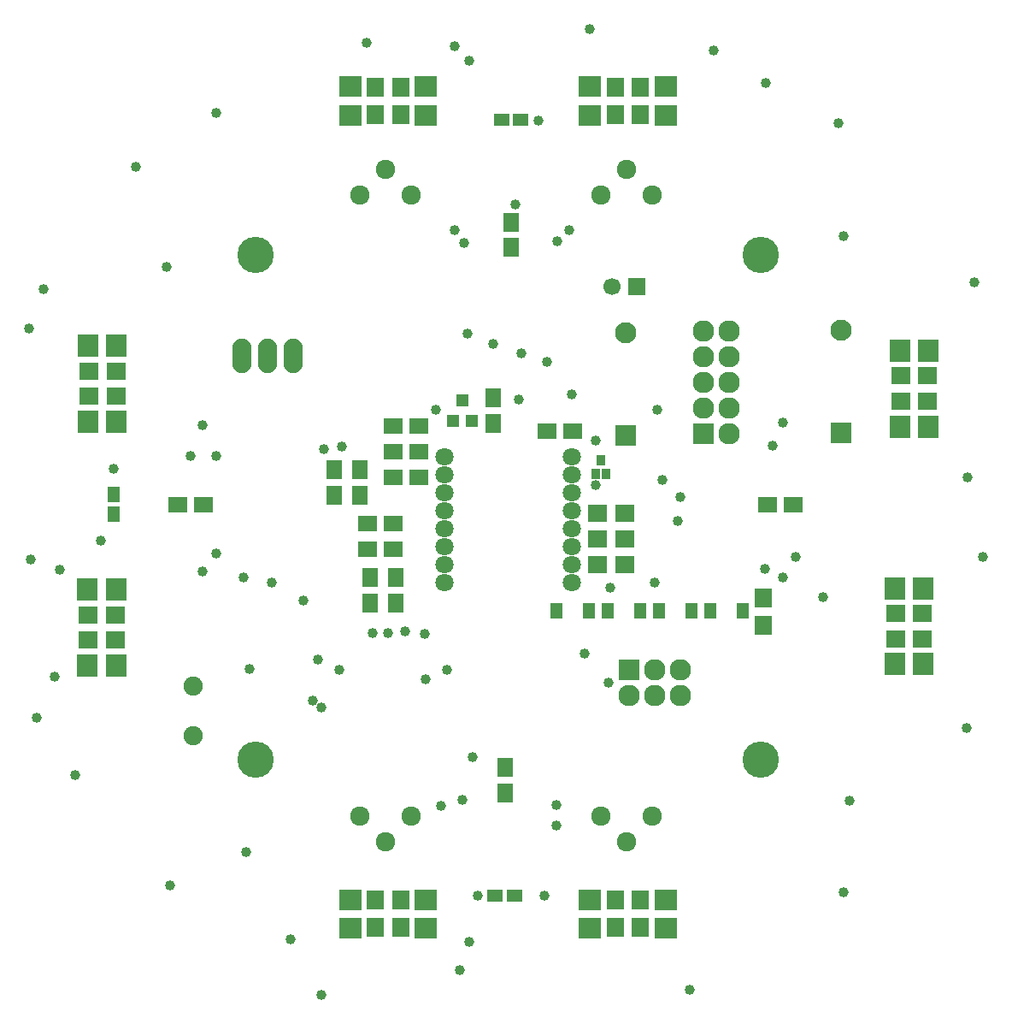
<source format=gbr>
G04 #@! TF.FileFunction,Soldermask,Bot*
%FSLAX46Y46*%
G04 Gerber Fmt 4.6, Leading zero omitted, Abs format (unit mm)*
G04 Created by KiCad (PCBNEW 4.0.2+e4-6225~38~ubuntu14.04.1-stable) date Di 12 Jul 2016 12:55:20 CEST*
%MOMM*%
G01*
G04 APERTURE LIST*
%ADD10C,0.100000*%
%ADD11C,1.901140*%
%ADD12R,1.900000X1.650000*%
%ADD13R,1.650000X1.900000*%
%ADD14R,1.700000X1.700000*%
%ADD15C,1.700000*%
%ADD16R,2.127200X2.127200*%
%ADD17O,2.127200X2.127200*%
%ADD18R,1.997660X2.200860*%
%ADD19R,2.200860X1.997660*%
%ADD20C,2.099260*%
%ADD21R,2.099260X2.099260*%
%ADD22R,1.600000X1.150000*%
%ADD23R,1.150000X1.600000*%
%ADD24O,1.906220X3.414980*%
%ADD25R,1.900000X1.700000*%
%ADD26R,1.700000X1.900000*%
%ADD27C,3.600000*%
%ADD28C,1.924000*%
%ADD29C,1.800000*%
%ADD30R,1.310000X1.620000*%
%ADD31R,0.900000X1.000000*%
%ADD32R,1.200100X1.200100*%
%ADD33C,1.009600*%
G04 APERTURE END LIST*
D10*
D11*
X68834000Y-122582940D03*
X68834000Y-117701060D03*
D12*
X67330000Y-99695000D03*
X69830000Y-99695000D03*
D13*
X100330000Y-71775000D03*
X100330000Y-74275000D03*
D12*
X128250000Y-99695000D03*
X125750000Y-99695000D03*
D14*
X112776000Y-78105000D03*
D15*
X110276000Y-78105000D03*
D13*
X99695000Y-128250000D03*
X99695000Y-125750000D03*
D16*
X112014000Y-116078000D03*
D17*
X112014000Y-118618000D03*
X114554000Y-116078000D03*
X114554000Y-118618000D03*
X117094000Y-116078000D03*
X117094000Y-118618000D03*
D18*
X138312140Y-115508000D03*
X141151860Y-115508000D03*
X138312140Y-108008000D03*
X141151860Y-108008000D03*
X138820140Y-84492000D03*
X141659860Y-84492000D03*
X138820140Y-91992000D03*
X141659860Y-91992000D03*
X61234860Y-84010000D03*
X58395140Y-84010000D03*
X61234860Y-91510000D03*
X58395140Y-91510000D03*
X61179860Y-115635000D03*
X58340140Y-115635000D03*
X61179860Y-108135000D03*
X58340140Y-108135000D03*
D19*
X115635000Y-61179860D03*
X115635000Y-58340140D03*
X108135000Y-61179860D03*
X108135000Y-58340140D03*
X84365000Y-61179860D03*
X84365000Y-58340140D03*
X91865000Y-61179860D03*
X91865000Y-58340140D03*
X84365000Y-138820140D03*
X84365000Y-141659860D03*
X91865000Y-138820140D03*
X91865000Y-141659860D03*
X115635000Y-138820140D03*
X115635000Y-141659860D03*
X108135000Y-138820140D03*
X108135000Y-141659860D03*
D20*
X132971540Y-82422480D03*
D21*
X132971540Y-92582480D03*
D20*
X111635540Y-82676480D03*
D21*
X111635540Y-92836480D03*
D22*
X100645000Y-138430000D03*
X98745000Y-138430000D03*
D23*
X60960000Y-100645000D03*
X60960000Y-98745000D03*
D22*
X99380000Y-61595000D03*
X101280000Y-61595000D03*
D16*
X119380000Y-92710000D03*
D17*
X121920000Y-92710000D03*
X119380000Y-90170000D03*
X121920000Y-90170000D03*
X119380000Y-87630000D03*
X121920000Y-87630000D03*
X119380000Y-85090000D03*
X121920000Y-85090000D03*
X119380000Y-82550000D03*
X121920000Y-82550000D03*
D24*
X73665000Y-85000000D03*
X76205000Y-85000000D03*
X78745000Y-85000000D03*
D25*
X141082000Y-113008000D03*
X138382000Y-113008000D03*
X141082000Y-110508000D03*
X138382000Y-110508000D03*
X141590000Y-86992000D03*
X138890000Y-86992000D03*
X141590000Y-89492000D03*
X138890000Y-89492000D03*
X58465000Y-86510000D03*
X61165000Y-86510000D03*
X58465000Y-89010000D03*
X61165000Y-89010000D03*
X58410000Y-113135000D03*
X61110000Y-113135000D03*
X58410000Y-110635000D03*
X61110000Y-110635000D03*
D26*
X113135000Y-58410000D03*
X113135000Y-61110000D03*
X110635000Y-58410000D03*
X110635000Y-61110000D03*
X86865000Y-58410000D03*
X86865000Y-61110000D03*
X89365000Y-58410000D03*
X89365000Y-61110000D03*
X86865000Y-141590000D03*
X86865000Y-138890000D03*
X89365000Y-141590000D03*
X89365000Y-138890000D03*
X113135000Y-141590000D03*
X113135000Y-138890000D03*
X110635000Y-141590000D03*
X110635000Y-138890000D03*
D27*
X75000000Y-75000000D03*
X125000000Y-75000000D03*
X75000000Y-125000000D03*
X125000000Y-125000000D03*
D28*
X111760000Y-133096000D03*
X109220000Y-130556000D03*
X114300000Y-130556000D03*
X87884000Y-66548000D03*
X90424000Y-69088000D03*
X85344000Y-69088000D03*
X111760000Y-66548000D03*
X114300000Y-69088000D03*
X109220000Y-69088000D03*
X87884000Y-133096000D03*
X85344000Y-130556000D03*
X90424000Y-130556000D03*
D29*
X106350000Y-95020000D03*
X106350000Y-96800000D03*
X106350000Y-98580000D03*
X106350000Y-100360000D03*
X106350000Y-102140000D03*
X106350000Y-103920000D03*
X106350000Y-105700000D03*
X106350000Y-107480000D03*
X93750000Y-107480000D03*
X93750000Y-105700000D03*
X93750000Y-103920000D03*
X93750000Y-102140000D03*
X93750000Y-100360000D03*
X93750000Y-98580000D03*
X93750000Y-96800000D03*
X93750000Y-95020000D03*
D12*
X106406000Y-92456000D03*
X103906000Y-92456000D03*
X88626000Y-101600000D03*
X86126000Y-101600000D03*
D13*
X88900000Y-109454000D03*
X88900000Y-106954000D03*
X86360000Y-109454000D03*
X86360000Y-106954000D03*
D12*
X88626000Y-104140000D03*
X86126000Y-104140000D03*
X91166000Y-94488000D03*
X88666000Y-94488000D03*
X91166000Y-91948000D03*
X88666000Y-91948000D03*
D13*
X85344000Y-98786000D03*
X85344000Y-96286000D03*
X82804000Y-98786000D03*
X82804000Y-96286000D03*
X98552000Y-89174000D03*
X98552000Y-91674000D03*
D12*
X91166000Y-97028000D03*
X88666000Y-97028000D03*
D30*
X113141000Y-110236000D03*
X109871000Y-110236000D03*
X108061000Y-110236000D03*
X104791000Y-110236000D03*
X114951000Y-110236000D03*
X118221000Y-110236000D03*
X120031000Y-110236000D03*
X123301000Y-110236000D03*
D31*
X109720000Y-96662000D03*
X108720000Y-96662000D03*
X109220000Y-95362000D03*
D25*
X108886000Y-105664000D03*
X111586000Y-105664000D03*
X108886000Y-103124000D03*
X111586000Y-103124000D03*
X108886000Y-100584000D03*
X111586000Y-100584000D03*
D32*
X96454000Y-91424760D03*
X94554000Y-91424760D03*
X95504000Y-89425780D03*
D26*
X125272800Y-108936800D03*
X125272800Y-111636800D03*
D33*
X103632000Y-138430000D03*
X131191000Y-108839000D03*
X66167000Y-76200000D03*
X60960000Y-96139000D03*
X102997000Y-61722000D03*
X74041000Y-134112000D03*
X55118000Y-116713000D03*
X59690000Y-103251000D03*
X97028000Y-138430000D03*
X127254000Y-106934000D03*
X125476000Y-106045000D03*
X127254000Y-91567000D03*
X126238000Y-93853000D03*
X69710300Y-91846400D03*
X71120000Y-94869000D03*
X69723000Y-106299000D03*
X71120000Y-104521000D03*
X106045000Y-72517000D03*
X104902000Y-73660000D03*
X94742000Y-72517000D03*
X95631000Y-73787000D03*
X96520000Y-124714000D03*
X93345000Y-129540000D03*
X104775000Y-129489200D03*
X104775000Y-131445000D03*
X133223000Y-73152000D03*
X76581000Y-107442000D03*
X80708500Y-119100600D03*
X73787000Y-106934000D03*
X81534000Y-119761000D03*
X107569000Y-114427000D03*
X115316000Y-97282000D03*
X89789000Y-112268000D03*
X103886000Y-85598000D03*
X101346000Y-84709000D03*
X88138000Y-112395000D03*
X98552000Y-83820000D03*
X86614000Y-112395000D03*
X79756000Y-109220000D03*
X96012000Y-82804000D03*
X114808000Y-90297000D03*
X108077000Y-52679600D03*
X71069200Y-60960000D03*
X133807200Y-129032000D03*
X125577600Y-57962800D03*
X83566000Y-93980000D03*
X55626000Y-106172000D03*
X52578000Y-82296000D03*
X94742000Y-54356000D03*
X145542000Y-97028000D03*
X95250000Y-145796000D03*
X78486000Y-142748000D03*
X57150000Y-126492000D03*
X91785440Y-112511840D03*
X93954600Y-116052600D03*
X83327240Y-116093240D03*
X110109000Y-107950000D03*
X100711000Y-69977000D03*
X96139000Y-55753000D03*
X120396000Y-54737000D03*
X132715000Y-61976000D03*
X85979000Y-53975000D03*
X63119000Y-66294000D03*
X53975000Y-78359000D03*
X52705000Y-105156000D03*
X68580000Y-94869000D03*
X53340000Y-120777000D03*
X66548000Y-137414000D03*
X74422000Y-115951000D03*
X91821000Y-116967000D03*
X133223000Y-138049000D03*
X81534000Y-148209000D03*
X96139000Y-143002000D03*
X117983000Y-147701000D03*
X95504000Y-128905000D03*
X146177000Y-77724000D03*
X147066000Y-104902000D03*
X145415000Y-121793000D03*
X128524000Y-104902000D03*
X132971540Y-92582480D03*
X101092000Y-89281000D03*
X116840000Y-101346000D03*
X92837000Y-90297000D03*
X108712000Y-93345000D03*
X108712000Y-97790000D03*
X81788000Y-94234000D03*
X106299000Y-88773000D03*
X114554000Y-107442000D03*
X109982000Y-117348000D03*
X117094000Y-98933000D03*
X81153000Y-115062000D03*
M02*

</source>
